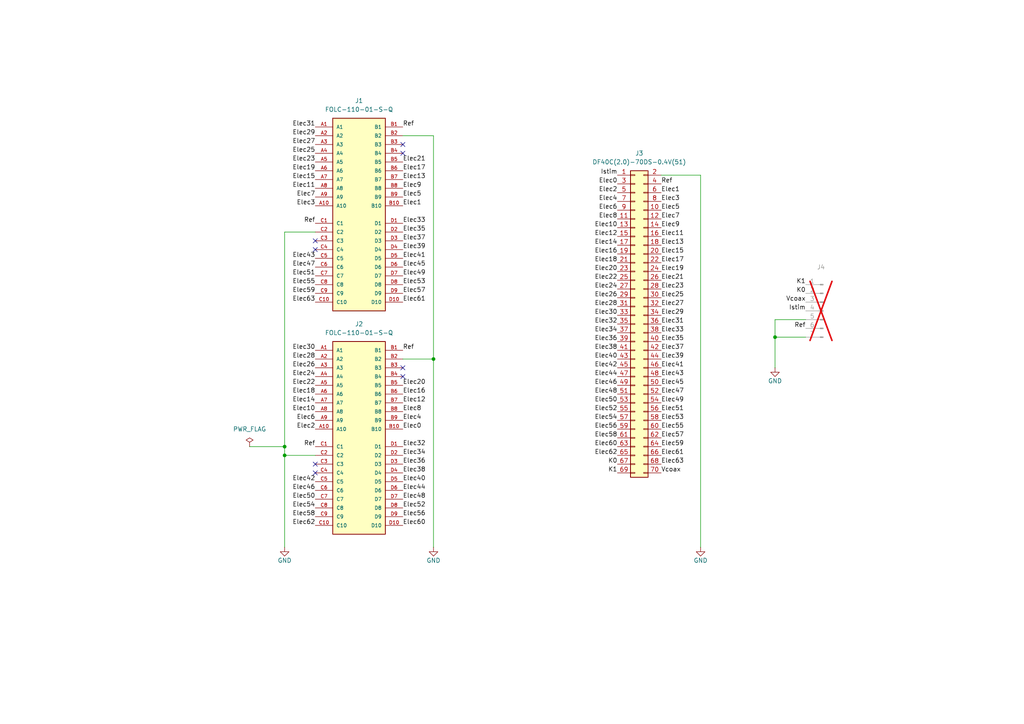
<source format=kicad_sch>
(kicad_sch (version 20250114) (generator "eeschema") (generator_version "9.0")
  (paper "A4")
  (title_block (title "EIB-64: CNT A64 Optrode") (rev "A") (company "Open Ephys, Inc.") (comment 1 "Jonathan P. Newman"))
  (lib_symbols
    (symbol "Connector:Conn_01x07_Pin" (pin_names (offset 1.016) (hide yes))
      (property "Reference" "J" (at 0 10.16 0))
      (property "Value" "Conn_01x07_Pin" (at 0 -10.16 0))
      (symbol "Conn_01x07_Pin_1_1"
        (rectangle (start 0.8636 7.747) (end 0 7.493) (stroke (width 0.1524)) (fill (type outline)))
        (rectangle (start 0.8636 5.207) (end 0 4.953) (stroke (width 0.1524)) (fill (type outline)))
        (rectangle (start 0.8636 2.667) (end 0 2.413) (stroke (width 0.1524)) (fill (type outline)))
        (rectangle (start 0.8636 0.127) (end 0 -0.127) (stroke (width 0.1524)) (fill (type outline)))
        (rectangle (start 0.8636 -2.413) (end 0 -2.667) (stroke (width 0.1524)) (fill (type outline)))
        (rectangle (start 0.8636 -4.953) (end 0 -5.207) (stroke (width 0.1524)) (fill (type outline)))
        (rectangle (start 0.8636 -7.493) (end 0 -7.747) (stroke (width 0.1524)) (fill (type outline)))
        (polyline (pts (xy 1.27 7.62) (xy 0.8636 7.62)) (stroke (width 0.1524)))
        (polyline (pts (xy 1.27 5.08) (xy 0.8636 5.08)) (stroke (width 0.1524)))
        (polyline (pts (xy 1.27 2.54) (xy 0.8636 2.54)) (stroke (width 0.1524)))
        (polyline (pts (xy 1.27 0) (xy 0.8636 0)) (stroke (width 0.1524)))
        (polyline (pts (xy 1.27 -2.54) (xy 0.8636 -2.54)) (stroke (width 0.1524)))
        (polyline (pts (xy 1.27 -5.08) (xy 0.8636 -5.08)) (stroke (width 0.1524)))
        (polyline (pts (xy 1.27 -7.62) (xy 0.8636 -7.62)) (stroke (width 0.1524)))
        (pin passive line (at 5.08 7.62 180) (length 3.81) (name "Pin_1") (number "1"))
        (pin passive line (at 5.08 5.08 180) (length 3.81) (name "Pin_2") (number "2"))
        (pin passive line (at 5.08 2.54 180) (length 3.81) (name "Pin_3") (number "3"))
        (pin passive line (at 5.08 0 180) (length 3.81) (name "Pin_4") (number "4"))
        (pin passive line (at 5.08 -2.54 180) (length 3.81) (name "Pin_5") (number "5"))
        (pin passive line (at 5.08 -5.08 180) (length 3.81) (name "Pin_6") (number "6"))
        (pin passive line (at 5.08 -7.62 180) (length 3.81) (name "Pin_7") (number "7"))
      )
    )
    (symbol "Connector_Generic:Conn_02x35_Odd_Even" (pin_names (offset 1.016) (hide yes))
      (property "Reference" "J" (at 1.27 45.72 0))
      (property "Value" "Conn_02x35_Odd_Even" (at 1.27 -45.72 0))
      (symbol "Conn_02x35_Odd_Even_1_1"
        (rectangle (start -1.27 44.45) (end 3.81 -44.45) (stroke (width 0.254)) (fill (type background)))
        (rectangle (start -1.27 43.307) (end 0 43.053) (stroke (width 0.1524)))
        (rectangle (start -1.27 40.767) (end 0 40.513) (stroke (width 0.1524)))
        (rectangle (start -1.27 38.227) (end 0 37.973) (stroke (width 0.1524)))
        (rectangle (start -1.27 35.687) (end 0 35.433) (stroke (width 0.1524)))
        (rectangle (start -1.27 33.147) (end 0 32.893) (stroke (width 0.1524)))
        (rectangle (start -1.27 30.607) (end 0 30.353) (stroke (width 0.1524)))
        (rectangle (start -1.27 28.067) (end 0 27.813) (stroke (width 0.1524)))
        (rectangle (start -1.27 25.527) (end 0 25.273) (stroke (width 0.1524)))
        (rectangle (start -1.27 22.987) (end 0 22.733) (stroke (width 0.1524)))
        (rectangle (start -1.27 20.447) (end 0 20.193) (stroke (width 0.1524)))
        (rectangle (start -1.27 17.907) (end 0 17.653) (stroke (width 0.1524)))
        (rectangle (start -1.27 15.367) (end 0 15.113) (stroke (width 0.1524)))
        (rectangle (start -1.27 12.827) (end 0 12.573) (stroke (width 0.1524)))
        (rectangle (start -1.27 10.287) (end 0 10.033) (stroke (width 0.1524)))
        (rectangle (start -1.27 7.747) (end 0 7.493) (stroke (width 0.1524)))
        (rectangle (start -1.27 5.207) (end 0 4.953) (stroke (width 0.1524)))
        (rectangle (start -1.27 2.667) (end 0 2.413) (stroke (width 0.1524)))
        (rectangle (start -1.27 0.127) (end 0 -0.127) (stroke (width 0.1524)))
        (rectangle (start -1.27 -2.413) (end 0 -2.667) (stroke (width 0.1524)))
        (rectangle (start -1.27 -4.953) (end 0 -5.207) (stroke (width 0.1524)))
        (rectangle (start -1.27 -7.493) (end 0 -7.747) (stroke (width 0.1524)))
        (rectangle (start -1.27 -10.033) (end 0 -10.287) (stroke (width 0.1524)))
        (rectangle (start -1.27 -12.573) (end 0 -12.827) (stroke (width 0.1524)))
        (rectangle (start -1.27 -15.113) (end 0 -15.367) (stroke (width 0.1524)))
        (rectangle (start -1.27 -17.653) (end 0 -17.907) (stroke (width 0.1524)))
        (rectangle (start -1.27 -20.193) (end 0 -20.447) (stroke (width 0.1524)))
        (rectangle (start -1.27 -22.733) (end 0 -22.987) (stroke (width 0.1524)))
        (rectangle (start -1.27 -25.273) (end 0 -25.527) (stroke (width 0.1524)))
        (rectangle (start -1.27 -27.813) (end 0 -28.067) (stroke (width 0.1524)))
        (rectangle (start -1.27 -30.353) (end 0 -30.607) (stroke (width 0.1524)))
        (rectangle (start -1.27 -32.893) (end 0 -33.147) (stroke (width 0.1524)))
        (rectangle (start -1.27 -35.433) (end 0 -35.687) (stroke (width 0.1524)))
        (rectangle (start -1.27 -37.973) (end 0 -38.227) (stroke (width 0.1524)))
        (rectangle (start -1.27 -40.513) (end 0 -40.767) (stroke (width 0.1524)))
        (rectangle (start -1.27 -43.053) (end 0 -43.307) (stroke (width 0.1524)))
        (rectangle (start 3.81 43.307) (end 2.54 43.053) (stroke (width 0.1524)))
        (rectangle (start 3.81 40.767) (end 2.54 40.513) (stroke (width 0.1524)))
        (rectangle (start 3.81 38.227) (end 2.54 37.973) (stroke (width 0.1524)))
        (rectangle (start 3.81 35.687) (end 2.54 35.433) (stroke (width 0.1524)))
        (rectangle (start 3.81 33.147) (end 2.54 32.893) (stroke (width 0.1524)))
        (rectangle (start 3.81 30.607) (end 2.54 30.353) (stroke (width 0.1524)))
        (rectangle (start 3.81 28.067) (end 2.54 27.813) (stroke (width 0.1524)))
        (rectangle (start 3.81 25.527) (end 2.54 25.273) (stroke (width 0.1524)))
        (rectangle (start 3.81 22.987) (end 2.54 22.733) (stroke (width 0.1524)))
        (rectangle (start 3.81 20.447) (end 2.54 20.193) (stroke (width 0.1524)))
        (rectangle (start 3.81 17.907) (end 2.54 17.653) (stroke (width 0.1524)))
        (rectangle (start 3.81 15.367) (end 2.54 15.113) (stroke (width 0.1524)))
        (rectangle (start 3.81 12.827) (end 2.54 12.573) (stroke (width 0.1524)))
        (rectangle (start 3.81 10.287) (end 2.54 10.033) (stroke (width 0.1524)))
        (rectangle (start 3.81 7.747) (end 2.54 7.493) (stroke (width 0.1524)))
        (rectangle (start 3.81 5.207) (end 2.54 4.953) (stroke (width 0.1524)))
        (rectangle (start 3.81 2.667) (end 2.54 2.413) (stroke (width 0.1524)))
        (rectangle (start 3.81 0.127) (end 2.54 -0.127) (stroke (width 0.1524)))
        (rectangle (start 3.81 -2.413) (end 2.54 -2.667) (stroke (width 0.1524)))
        (rectangle (start 3.81 -4.953) (end 2.54 -5.207) (stroke (width 0.1524)))
        (rectangle (start 3.81 -7.493) (end 2.54 -7.747) (stroke (width 0.1524)))
        (rectangle (start 3.81 -10.033) (end 2.54 -10.287) (stroke (width 0.1524)))
        (rectangle (start 3.81 -12.573) (end 2.54 -12.827) (stroke (width 0.1524)))
        (rectangle (start 3.81 -15.113) (end 2.54 -15.367) (stroke (width 0.1524)))
        (rectangle (start 3.81 -17.653) (end 2.54 -17.907) (stroke (width 0.1524)))
        (rectangle (start 3.81 -20.193) (end 2.54 -20.447) (stroke (width 0.1524)))
        (rectangle (start 3.81 -22.733) (end 2.54 -22.987) (stroke (width 0.1524)))
        (rectangle (start 3.81 -25.273) (end 2.54 -25.527) (stroke (width 0.1524)))
        (rectangle (start 3.81 -27.813) (end 2.54 -28.067) (stroke (width 0.1524)))
        (rectangle (start 3.81 -30.353) (end 2.54 -30.607) (stroke (width 0.1524)))
        (rectangle (start 3.81 -32.893) (end 2.54 -33.147) (stroke (width 0.1524)))
        (rectangle (start 3.81 -35.433) (end 2.54 -35.687) (stroke (width 0.1524)))
        (rectangle (start 3.81 -37.973) (end 2.54 -38.227) (stroke (width 0.1524)))
        (rectangle (start 3.81 -40.513) (end 2.54 -40.767) (stroke (width 0.1524)))
        (rectangle (start 3.81 -43.053) (end 2.54 -43.307) (stroke (width 0.1524)))
        (pin passive line (at -5.08 43.18 0) (length 3.81) (name "Pin_1") (number "1"))
        (pin passive line (at -5.08 40.64 0) (length 3.81) (name "Pin_3") (number "3"))
        (pin passive line (at -5.08 38.1 0) (length 3.81) (name "Pin_5") (number "5"))
        (pin passive line (at -5.08 35.56 0) (length 3.81) (name "Pin_7") (number "7"))
        (pin passive line (at -5.08 33.02 0) (length 3.81) (name "Pin_9") (number "9"))
        (pin passive line (at -5.08 30.48 0) (length 3.81) (name "Pin_11") (number "11"))
        (pin passive line (at -5.08 27.94 0) (length 3.81) (name "Pin_13") (number "13"))
        (pin passive line (at -5.08 25.4 0) (length 3.81) (name "Pin_15") (number "15"))
        (pin passive line (at -5.08 22.86 0) (length 3.81) (name "Pin_17") (number "17"))
        (pin passive line (at -5.08 20.32 0) (length 3.81) (name "Pin_19") (number "19"))
        (pin passive line (at -5.08 17.78 0) (length 3.81) (name "Pin_21") (number "21"))
        (pin passive line (at -5.08 15.24 0) (length 3.81) (name "Pin_23") (number "23"))
        (pin passive line (at -5.08 12.7 0) (length 3.81) (name "Pin_25") (number "25"))
        (pin passive line (at -5.08 10.16 0) (length 3.81) (name "Pin_27") (number "27"))
        (pin passive line (at -5.08 7.62 0) (length 3.81) (name "Pin_29") (number "29"))
        (pin passive line (at -5.08 5.08 0) (length 3.81) (name "Pin_31") (number "31"))
        (pin passive line (at -5.08 2.54 0) (length 3.81) (name "Pin_33") (number "33"))
        (pin passive line (at -5.08 0 0) (length 3.81) (name "Pin_35") (number "35"))
        (pin passive line (at -5.08 -2.54 0) (length 3.81) (name "Pin_37") (number "37"))
        (pin passive line (at -5.08 -5.08 0) (length 3.81) (name "Pin_39") (number "39"))
        (pin passive line (at -5.08 -7.62 0) (length 3.81) (name "Pin_41") (number "41"))
        (pin passive line (at -5.08 -10.16 0) (length 3.81) (name "Pin_43") (number "43"))
        (pin passive line (at -5.08 -12.7 0) (length 3.81) (name "Pin_45") (number "45"))
        (pin passive line (at -5.08 -15.24 0) (length 3.81) (name "Pin_47") (number "47"))
        (pin passive line (at -5.08 -17.78 0) (length 3.81) (name "Pin_49") (number "49"))
        (pin passive line (at -5.08 -20.32 0) (length 3.81) (name "Pin_51") (number "51"))
        (pin passive line (at -5.08 -22.86 0) (length 3.81) (name "Pin_53") (number "53"))
        (pin passive line (at -5.08 -25.4 0) (length 3.81) (name "Pin_55") (number "55"))
        (pin passive line (at -5.08 -27.94 0) (length 3.81) (name "Pin_57") (number "57"))
        (pin passive line (at -5.08 -30.48 0) (length 3.81) (name "Pin_59") (number "59"))
        (pin passive line (at -5.08 -33.02 0) (length 3.81) (name "Pin_61") (number "61"))
        (pin passive line (at -5.08 -35.56 0) (length 3.81) (name "Pin_63") (number "63"))
        (pin passive line (at -5.08 -38.1 0) (length 3.81) (name "Pin_65") (number "65"))
        (pin passive line (at -5.08 -40.64 0) (length 3.81) (name "Pin_67") (number "67"))
        (pin passive line (at -5.08 -43.18 0) (length 3.81) (name "Pin_69") (number "69"))
        (pin passive line (at 7.62 43.18 180) (length 3.81) (name "Pin_2") (number "2"))
        (pin passive line (at 7.62 40.64 180) (length 3.81) (name "Pin_4") (number "4"))
        (pin passive line (at 7.62 38.1 180) (length 3.81) (name "Pin_6") (number "6"))
        (pin passive line (at 7.62 35.56 180) (length 3.81) (name "Pin_8") (number "8"))
        (pin passive line (at 7.62 33.02 180) (length 3.81) (name "Pin_10") (number "10"))
        (pin passive line (at 7.62 30.48 180) (length 3.81) (name "Pin_12") (number "12"))
        (pin passive line (at 7.62 27.94 180) (length 3.81) (name "Pin_14") (number "14"))
        (pin passive line (at 7.62 25.4 180) (length 3.81) (name "Pin_16") (number "16"))
        (pin passive line (at 7.62 22.86 180) (length 3.81) (name "Pin_18") (number "18"))
        (pin passive line (at 7.62 20.32 180) (length 3.81) (name "Pin_20") (number "20"))
        (pin passive line (at 7.62 17.78 180) (length 3.81) (name "Pin_22") (number "22"))
        (pin passive line (at 7.62 15.24 180) (length 3.81) (name "Pin_24") (number "24"))
        (pin passive line (at 7.62 12.7 180) (length 3.81) (name "Pin_26") (number "26"))
        (pin passive line (at 7.62 10.16 180) (length 3.81) (name "Pin_28") (number "28"))
        (pin passive line (at 7.62 7.62 180) (length 3.81) (name "Pin_30") (number "30"))
        (pin passive line (at 7.62 5.08 180) (length 3.81) (name "Pin_32") (number "32"))
        (pin passive line (at 7.62 2.54 180) (length 3.81) (name "Pin_34") (number "34"))
        (pin passive line (at 7.62 0 180) (length 3.81) (name "Pin_36") (number "36"))
        (pin passive line (at 7.62 -2.54 180) (length 3.81) (name "Pin_38") (number "38"))
        (pin passive line (at 7.62 -5.08 180) (length 3.81) (name "Pin_40") (number "40"))
        (pin passive line (at 7.62 -7.62 180) (length 3.81) (name "Pin_42") (number "42"))
        (pin passive line (at 7.62 -10.16 180) (length 3.81) (name "Pin_44") (number "44"))
        (pin passive line (at 7.62 -12.7 180) (length 3.81) (name "Pin_46") (number "46"))
        (pin passive line (at 7.62 -15.24 180) (length 3.81) (name "Pin_48") (number "48"))
        (pin passive line (at 7.62 -17.78 180) (length 3.81) (name "Pin_50") (number "50"))
        (pin passive line (at 7.62 -20.32 180) (length 3.81) (name "Pin_52") (number "52"))
        (pin passive line (at 7.62 -22.86 180) (length 3.81) (name "Pin_54") (number "54"))
        (pin passive line (at 7.62 -25.4 180) (length 3.81) (name "Pin_56") (number "56"))
        (pin passive line (at 7.62 -27.94 180) (length 3.81) (name "Pin_58") (number "58"))
        (pin passive line (at 7.62 -30.48 180) (length 3.81) (name "Pin_60") (number "60"))
        (pin passive line (at 7.62 -33.02 180) (length 3.81) (name "Pin_62") (number "62"))
        (pin passive line (at 7.62 -35.56 180) (length 3.81) (name "Pin_64") (number "64"))
        (pin passive line (at 7.62 -38.1 180) (length 3.81) (name "Pin_66") (number "66"))
        (pin passive line (at 7.62 -40.64 180) (length 3.81) (name "Pin_68") (number "68"))
        (pin passive line (at 7.62 -43.18 180) (length 3.81) (name "Pin_70") (number "70"))
      )
    )
    (symbol "jonnew:xOLC-110-01-S-Q_1" (pin_names (offset 1.016))
      (property "Reference" "J" (at -8.128 29.0576 0))
      (property "Value" "xOLC-110-01-S-Q_1" (at -7.62 -30.48 0))
      (symbol "xOLC-110-01-S-Q_1_0_0"
        (rectangle (start -7.62 -27.94) (end 7.62 27.94) (stroke (width 0.254)) (fill (type background)))
        (pin passive line (at -12.7 25.4 0) (length 5.08) (name "A1") (number "A1"))
        (pin passive line (at -12.7 22.86 0) (length 5.08) (name "A2") (number "A2"))
        (pin passive line (at -12.7 20.32 0) (length 5.08) (name "A3") (number "A3"))
        (pin passive line (at -12.7 17.78 0) (length 5.08) (name "A4") (number "A4"))
        (pin passive line (at -12.7 15.24 0) (length 5.08) (name "A5") (number "A5"))
        (pin passive line (at -12.7 12.7 0) (length 5.08) (name "A6") (number "A6"))
        (pin passive line (at -12.7 10.16 0) (length 5.08) (name "A7") (number "A7"))
        (pin passive line (at -12.7 7.62 0) (length 5.08) (name "A8") (number "A8"))
        (pin passive line (at -12.7 5.08 0) (length 5.08) (name "A9") (number "A9"))
        (pin passive line (at -12.7 2.54 0) (length 5.08) (name "A10") (number "A10"))
        (pin passive line (at -12.7 -2.54 0) (length 5.08) (name "C1") (number "C1"))
        (pin passive line (at -12.7 -5.08 0) (length 5.08) (name "C2") (number "C2"))
        (pin passive line (at -12.7 -7.62 0) (length 5.08) (name "C3") (number "C3"))
        (pin passive line (at -12.7 -10.16 0) (length 5.08) (name "C4") (number "C4"))
        (pin passive line (at -12.7 -12.7 0) (length 5.08) (name "C5") (number "C5"))
        (pin passive line (at -12.7 -15.24 0) (length 5.08) (name "C6") (number "C6"))
        (pin passive line (at -12.7 -17.78 0) (length 5.08) (name "C7") (number "C7"))
        (pin passive line (at -12.7 -20.32 0) (length 5.08) (name "C8") (number "C8"))
        (pin passive line (at -12.7 -22.86 0) (length 5.08) (name "C9") (number "C9"))
        (pin passive line (at -12.7 -25.4 0) (length 5.08) (name "C10") (number "C10"))
        (pin passive line (at 12.7 25.4 180) (length 5.08) (name "B1") (number "B1"))
        (pin passive line (at 12.7 22.86 180) (length 5.08) (name "B2") (number "B2"))
        (pin passive line (at 12.7 20.32 180) (length 5.08) (name "B3") (number "B3"))
        (pin passive line (at 12.7 17.78 180) (length 5.08) (name "B4") (number "B4"))
        (pin passive line (at 12.7 15.24 180) (length 5.08) (name "B5") (number "B5"))
        (pin passive line (at 12.7 12.7 180) (length 5.08) (name "B6") (number "B6"))
        (pin passive line (at 12.7 10.16 180) (length 5.08) (name "B7") (number "B7"))
        (pin passive line (at 12.7 7.62 180) (length 5.08) (name "B8") (number "B8"))
        (pin passive line (at 12.7 5.08 180) (length 5.08) (name "B9") (number "B9"))
        (pin passive line (at 12.7 2.54 180) (length 5.08) (name "B10") (number "B10"))
        (pin passive line (at 12.7 -2.54 180) (length 5.08) (name "D1") (number "D1"))
        (pin passive line (at 12.7 -5.08 180) (length 5.08) (name "D2") (number "D2"))
        (pin passive line (at 12.7 -7.62 180) (length 5.08) (name "D3") (number "D3"))
        (pin passive line (at 12.7 -10.16 180) (length 5.08) (name "D4") (number "D4"))
        (pin passive line (at 12.7 -12.7 180) (length 5.08) (name "D5") (number "D5"))
        (pin passive line (at 12.7 -15.24 180) (length 5.08) (name "D6") (number "D6"))
        (pin passive line (at 12.7 -17.78 180) (length 5.08) (name "D7") (number "D7"))
        (pin passive line (at 12.7 -20.32 180) (length 5.08) (name "D8") (number "D8"))
        (pin passive line (at 12.7 -22.86 180) (length 5.08) (name "D9") (number "D9"))
        (pin passive line (at 12.7 -25.4 180) (length 5.08) (name "D10") (number "D10"))
      )
    )
    (symbol "power:GND" (power) (pin_numbers (hide yes)) (pin_names (offset 0) (hide yes))
      (property "Value" "GND" (at 0 -3.81 0))
      (symbol "GND_0_1"
        (polyline (pts (xy 0 0) (xy 0 -1.27) (xy 1.27 -1.27) (xy 0 -2.54) (xy -1.27 -1.27) (xy 0 -1.27)))
      )
      (symbol "GND_1_1"
        (pin power_in line (at 0 0 270) (length 0) (name "~") (number "1"))
      )
    )
    (symbol "power:PWR_FLAG" (power) (pin_numbers (hide yes)) (pin_names (offset 0) (hide yes))
      (property "Value" "PWR_FLAG" (at 0 3.81 0))
      (symbol "PWR_FLAG_0_0"
        (pin power_out line (at 0 0 90) (length 0) (name "~") (number "1"))
      )
      (symbol "PWR_FLAG_0_1"
        (polyline (pts (xy 0 0) (xy 0 1.27) (xy -1.016 1.905) (xy 0 2.54) (xy 1.016 1.905) (xy 0 1.27)))
      )
    )
  )
  (junction (at 82.55 132.08))
  (junction (at 82.55 129.54))
  (junction (at 224.79 97.79))
  (junction (at 125.73 104.14))
  (no_connect (at 91.44 69.85))
  (no_connect (at 91.44 72.39))
  (no_connect (at 116.84 106.68))
  (no_connect (at 116.84 109.22))
  (no_connect (at 91.44 134.62))
  (no_connect (at 91.44 137.16))
  (no_connect (at 116.84 44.45))
  (no_connect (at 116.84 41.91))
  (wire (pts (xy 116.84 39.37) (xy 125.73 39.37)))
  (wire (pts (xy 116.84 104.14) (xy 125.73 104.14)))
  (wire (pts (xy 91.44 67.31) (xy 82.55 67.31)))
  (wire (pts (xy 72.39 129.54) (xy 82.55 129.54)))
  (wire (pts (xy 224.79 92.71) (xy 224.79 97.79)))
  (wire (pts (xy 191.77 50.8) (xy 203.2 50.8)))
  (wire (pts (xy 224.79 97.79) (xy 233.68 97.79)))
  (wire (pts (xy 224.79 92.71) (xy 233.68 92.71)))
  (wire (pts (xy 125.73 39.37) (xy 125.73 104.14)))
  (wire (pts (xy 82.55 67.31) (xy 82.55 129.54)))
  (wire (pts (xy 82.55 129.54) (xy 82.55 132.08)))
  (wire (pts (xy 203.2 50.8) (xy 203.2 158.75)))
  (wire (pts (xy 125.73 104.14) (xy 125.73 158.75)))
  (wire (pts (xy 82.55 132.08) (xy 91.44 132.08)))
  (wire (pts (xy 224.79 97.79) (xy 224.79 106.68)))
  (wire (pts (xy 82.55 132.08) (xy 82.55 158.75)))
  (label "Elec62" (at 179.07 132.08 180))
  (label "Elec60" (at 179.07 129.54 180))
  (label "Elec55" (at 91.44 82.55 180))
  (label "Elec46" (at 179.07 111.76 180))
  (label "Elec6" (at 91.44 121.92 180))
  (label "Elec37" (at 191.77 101.6 0))
  (label "Elec1" (at 191.77 55.88 0))
  (label "Elec42" (at 91.44 139.7 180))
  (label "Elec63" (at 191.77 134.62 0))
  (label "Ref" (at 116.84 36.83 0))
  (label "Elec53" (at 116.84 82.55 0))
  (label "Ref" (at 91.44 64.77 180))
  (label "Elec29" (at 191.77 91.44 0))
  (label "Elec58" (at 91.44 149.86 180))
  (label "Elec62" (at 91.44 152.4 180))
  (label "Elec29" (at 91.44 39.37 180))
  (label "Elec27" (at 91.44 41.91 180))
  (label "Elec12" (at 179.07 68.58 180))
  (label "Elec15" (at 91.44 52.07 180))
  (label "Elec18" (at 91.44 114.3 180))
  (label "Elec28" (at 179.07 88.9 180))
  (label "Elec47" (at 91.44 77.47 180))
  (label "Elec41" (at 116.84 74.93 0))
  (label "Elec54" (at 179.07 121.92 180))
  (label "Elec63" (at 91.44 87.63 180))
  (label "Elec51" (at 91.44 80.01 180))
  (label "Elec36" (at 116.84 134.62 0))
  (label "Elec59" (at 191.77 129.54 0))
  (label "Elec38" (at 116.84 137.16 0))
  (label "Istim" (at 233.68 90.17 180))
  (label "K0" (at 179.07 134.62 180))
  (label "Elec42" (at 179.07 106.68 180))
  (label "Elec61" (at 191.77 132.08 0))
  (label "Elec34" (at 116.84 132.08 0))
  (label "Elec56" (at 179.07 124.46 180))
  (label "Elec31" (at 91.44 36.83 180))
  (label "Elec33" (at 191.77 96.52 0))
  (label "Elec51" (at 191.77 119.38 0))
  (label "Elec40" (at 179.07 104.14 180))
  (label "Elec10" (at 179.07 66.04 180))
  (label "Elec57" (at 116.84 85.09 0))
  (label "Elec14" (at 179.07 71.12 180))
  (label "Elec60" (at 116.84 152.4 0))
  (label "Elec57" (at 191.77 127 0))
  (label "Elec45" (at 191.77 111.76 0))
  (label "Elec11" (at 191.77 68.58 0))
  (label "Elec23" (at 191.77 83.82 0))
  (label "Elec19" (at 191.77 78.74 0))
  (label "Elec17" (at 116.84 49.53 0))
  (label "Elec35" (at 116.84 67.31 0))
  (label "Elec58" (at 179.07 127 180))
  (label "Elec26" (at 91.44 106.68 180))
  (label "Elec28" (at 91.44 104.14 180))
  (label "Elec35" (at 191.77 99.06 0))
  (label "Elec15" (at 191.77 73.66 0))
  (label "Elec48" (at 116.84 144.78 0))
  (label "K0" (at 233.68 85.09 180))
  (label "Elec20" (at 179.07 78.74 180))
  (label "Elec47" (at 191.77 114.3 0))
  (label "Elec9" (at 116.84 54.61 0))
  (label "Elec2" (at 179.07 55.88 180))
  (label "Ref" (at 91.44 129.54 180))
  (label "Elec23" (at 91.44 46.99 180))
  (label "Elec36" (at 179.07 99.06 180))
  (label "Elec50" (at 179.07 116.84 180))
  (label "Elec2" (at 91.44 124.46 180))
  (label "Elec20" (at 116.84 111.76 0))
  (label "Elec30" (at 179.07 91.44 180))
  (label "Elec48" (at 179.07 114.3 180))
  (label "Elec46" (at 91.44 142.24 180))
  (label "Elec11" (at 91.44 54.61 180))
  (label "Vcoax" (at 191.77 137.16 0))
  (label "Elec9" (at 191.77 66.04 0))
  (label "Elec54" (at 91.44 147.32 180))
  (label "Elec44" (at 116.84 142.24 0))
  (label "Elec32" (at 179.07 93.98 180))
  (label "Elec33" (at 116.84 64.77 0))
  (label "Elec16" (at 179.07 73.66 180))
  (label "Elec52" (at 116.84 147.32 0))
  (label "Elec19" (at 91.44 49.53 180))
  (label "Elec32" (at 116.84 129.54 0))
  (label "Elec61" (at 116.84 87.63 0))
  (label "Elec49" (at 116.84 80.01 0))
  (label "Elec10" (at 91.44 119.38 180))
  (label "Elec12" (at 116.84 116.84 0))
  (label "Elec1" (at 116.84 59.69 0))
  (label "Ref" (at 116.84 101.6 0))
  (label "Elec25" (at 191.77 86.36 0))
  (label "Elec16" (at 116.84 114.3 0))
  (label "Elec0" (at 179.07 53.34 180))
  (label "Elec52" (at 179.07 119.38 180))
  (label "Elec34" (at 179.07 96.52 180))
  (label "Elec40" (at 116.84 139.7 0))
  (label "Elec26" (at 179.07 86.36 180))
  (label "Elec22" (at 179.07 81.28 180))
  (label "Elec41" (at 191.77 106.68 0))
  (label "Elec18" (at 179.07 76.2 180))
  (label "Elec24" (at 179.07 83.82 180))
  (label "Elec13" (at 116.84 52.07 0))
  (label "Elec50" (at 91.44 144.78 180))
  (label "Elec38" (at 179.07 101.6 180))
  (label "K1" (at 233.68 82.55 180))
  (label "Elec30" (at 91.44 101.6 180))
  (label "Elec8" (at 116.84 119.38 0))
  (label "Elec6" (at 179.07 60.96 180))
  (label "Ref" (at 233.68 95.25 180))
  (label "Elec37" (at 116.84 69.85 0))
  (label "Istim" (at 179.07 50.8 180))
  (label "Elec0" (at 116.84 124.46 0))
  (label "Elec56" (at 116.84 149.86 0))
  (label "Vcoax" (at 233.68 87.63 180))
  (label "Elec39" (at 116.84 72.39 0))
  (label "Elec53" (at 191.77 121.92 0))
  (label "Elec55" (at 191.77 124.46 0))
  (label "Elec59" (at 91.44 85.09 180))
  (label "Elec49" (at 191.77 116.84 0))
  (label "Elec22" (at 91.44 111.76 180))
  (label "Elec31" (at 191.77 93.98 0))
  (label "Elec7" (at 91.44 57.15 180))
  (label "Ref" (at 191.77 53.34 0))
  (label "Elec25" (at 91.44 44.45 180))
  (label "Elec39" (at 191.77 104.14 0))
  (label "Elec45" (at 116.84 77.47 0))
  (label "Elec4" (at 116.84 121.92 0))
  (label "Elec4" (at 179.07 58.42 180))
  (label "Elec44" (at 179.07 109.22 180))
  (label "Elec24" (at 91.44 109.22 180))
  (label "Elec21" (at 191.77 81.28 0))
  (label "Elec8" (at 179.07 63.5 180))
  (label "Elec43" (at 91.44 74.93 180))
  (label "Elec17" (at 191.77 76.2 0))
  (label "K1" (at 179.07 137.16 180))
  (label "Elec3" (at 191.77 58.42 0))
  (label "Elec43" (at 191.77 109.22 0))
  (label "Elec5" (at 191.77 60.96 0))
  (label "Elec5" (at 116.84 57.15 0))
  (label "Elec3" (at 91.44 59.69 180))
  (label "Elec21" (at 116.84 46.99 0))
  (label "Elec13" (at 191.77 71.12 0))
  (label "Elec27" (at 191.77 88.9 0))
  (label "Elec14" (at 91.44 116.84 180))
  (label "Elec7" (at 191.77 63.5 0))
  (symbol (lib_id "jonnew:xOLC-110-01-S-Q_1") (at 104.14 62.23 0) (unit 1)
    (property "Reference" "J1" (at 104.14 29.21 0))
    (property "Value" "FOLC-110-01-S-Q" (at 104.14 31.75 0))
    (property "Footprint" "jonnew:SAMTEC_FOLC-110-01-S-Q" (effects (hide yes)))
    (property "MANUFACTURER" "SAMTEC" (effects (hide yes)))
  )
  (symbol (lib_id "power:GND") (at 82.55 158.75 0) (unit 1)
    (property "Reference" "#PWR02" (effects (hide yes)))
    (property "Value" "GND" (at 82.55 162.56 0))
    (property "Description" "Power symbol creates a global label with name \"GND\" , ground" (effects (hide yes)))
  )
  (symbol (lib_id "Connector:Conn_01x07_Pin") (at 238.76 90.17 0) (mirror y) (unit 1) (dnp yes)
    (property "Reference" "J4" (at 238.125 77.47 0))
    (property "Value" "Conn_01x07_Male" (effects (hide yes)))
    (property "Footprint" "Connector_PinHeader_2.54mm:PinHeader_1x07_P2.54mm_Vertical" (effects (hide yes)))
    (property "Description" "Generic connector, single row, 01x07, script generated" (effects (hide yes)))
  )
  (symbol (lib_id "Connector_Generic:Conn_02x35_Odd_Even") (at 184.15 93.98 0) (unit 1)
    (property "Reference" "J3" (at 185.42 44.45 0))
    (property "Value" "DF40C(2.0)-70DS-0.4V(51)" (at 185.42 46.99 0))
    (property "Footprint" "jonnew:HIROSE_DF40C(2.0)-70DS-0.4V(51)" (effects (hide yes)))
    (property "Description" "Generic connector, double row, 02x35, odd/even pin numbering scheme (row 1 odd numbers, row 2 even numbers), script generated (kicad-library-utils/schlib/autogen/connector/)" (effects (hide yes)))
  )
  (symbol (lib_id "power:PWR_FLAG") (at 72.39 129.54 0) (unit 1)
    (property "Reference" "#FLG0101" (effects (hide yes)))
    (property "Value" "PWR_FLAG" (at 72.39 124.46 0))
    (property "Description" "Special symbol for telling ERC where power comes from" (effects (hide yes)))
  )
  (symbol (lib_id "power:GND") (at 203.2 158.75 0) (unit 1)
    (property "Reference" "#PWR0101" (effects (hide yes)))
    (property "Value" "GND" (at 203.2 162.56 0))
    (property "Description" "Power symbol creates a global label with name \"GND\" , ground" (effects (hide yes)))
  )
  (symbol (lib_id "jonnew:xOLC-110-01-S-Q_1") (at 104.14 127 0) (unit 1)
    (property "Reference" "J2" (at 104.14 93.98 0))
    (property "Value" "FOLC-110-01-S-Q" (at 104.14 96.52 0))
    (property "Footprint" "jonnew:SAMTEC_FOLC-110-01-S-Q" (effects (hide yes)))
    (property "MANUFACTURER" "SAMTEC" (effects (hide yes)))
  )
  (symbol (lib_id "power:GND") (at 125.73 158.75 0) (unit 1)
    (property "Reference" "#PWR01" (effects (hide yes)))
    (property "Value" "GND" (at 125.73 162.56 0))
    (property "Description" "Power symbol creates a global label with name \"GND\" , ground" (effects (hide yes)))
  )
  (symbol (lib_id "power:GND") (at 224.79 106.68 0) (unit 1)
    (property "Reference" "#PWR03" (effects (hide yes)))
    (property "Value" "GND" (at 224.79 110.49 0))
    (property "Description" "Power symbol creates a global label with name \"GND\" , ground" (effects (hide yes)))
  )
)
</source>
